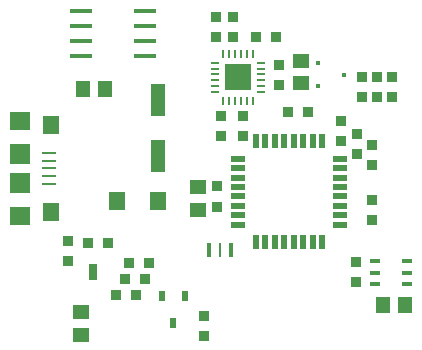
<source format=gbr>
G04 DipTrace 2.4.0.2*
%INTopPaste.gbr*%
%MOIN*%
%ADD43R,0.05X0.022*%
%ADD44R,0.022X0.05*%
%ADD77R,0.0097X0.0452*%
%ADD79R,0.0176X0.0452*%
%ADD81R,0.0255X0.057*%
%ADD83O,0.0235X0.0011*%
%ADD85R,0.0373X0.0176*%
%ADD87R,0.0176X0.0137*%
%ADD89R,0.0688X0.0688*%
%ADD91R,0.0688X0.0649*%
%ADD93R,0.057X0.0609*%
%ADD95R,0.0471X0.0097*%
%ADD101R,0.0727X0.0176*%
%ADD103R,0.0196X0.0353*%
%ADD105R,0.0905X0.0905*%
%ADD107R,0.0058X0.0275*%
%ADD109R,0.0275X0.0058*%
%ADD121R,0.0538X0.0601*%
%ADD123R,0.0452X0.0531*%
%ADD125R,0.0373X0.0334*%
%ADD127R,0.0334X0.0373*%
%ADD129R,0.0491X0.1062*%
%ADD131R,0.0531X0.0452*%
%FSLAX44Y44*%
G04*
G70*
G90*
G75*
G01*
%LNTopPaste*%
%LPD*%
D131*
X9923Y9588D3*
Y8840D3*
D129*
X5150Y8296D3*
Y6404D3*
D127*
X7119Y4729D3*
Y5398D3*
X12299Y4265D3*
Y4934D3*
D131*
X6499Y4630D3*
Y5378D3*
D127*
X7269Y7069D3*
Y7738D3*
X7988Y7069D3*
Y7738D3*
X9180Y8789D3*
Y9458D3*
D125*
X8432Y10371D3*
X9101D3*
D123*
X13398Y1450D3*
X12650D3*
D127*
X11750Y2869D3*
Y2200D3*
D125*
X3485Y3500D3*
X2815D3*
D123*
X3400Y8650D3*
X2652D3*
D131*
X2600Y1200D3*
Y452D3*
D121*
X5150Y4900D3*
X3811D3*
D125*
X4050Y2300D3*
X4719D3*
X4200Y2850D3*
X4869D3*
D127*
X12950Y9035D3*
Y8365D3*
X12450Y9035D3*
Y8365D3*
X11950Y9035D3*
Y8365D3*
D43*
X7839Y6326D3*
Y6011D3*
Y5696D3*
Y5381D3*
Y5066D3*
Y4751D3*
Y4436D3*
Y4121D3*
D44*
X8427Y3534D3*
X8742D3*
X9057D3*
X9371D3*
X9686D3*
X10001D3*
X10316D3*
X10631D3*
D43*
X11219Y4121D3*
Y4436D3*
Y4751D3*
Y5066D3*
Y5381D3*
Y5696D3*
Y6011D3*
Y6326D3*
D44*
X10631Y6914D3*
X10316D3*
X10001D3*
X9686D3*
X9371D3*
X9057D3*
X8742D3*
X8427D3*
D109*
X7054Y9527D3*
X7053Y9331D3*
Y9134D3*
Y8937D3*
Y8740D3*
Y8543D3*
D107*
X7337Y8260D3*
X7534D3*
X7731D3*
X7927D3*
X8124D3*
X8321D3*
D109*
X8605Y8543D3*
Y8740D3*
Y8937D3*
Y9134D3*
Y9331D3*
Y9527D3*
D107*
X8321Y9811D3*
X8124D3*
X7927D3*
X7731D3*
X7534D3*
X7337D3*
D105*
X7829Y9035D3*
D103*
X6050Y1750D3*
X5302D3*
X5676Y844D3*
D127*
X7087Y11038D3*
Y10369D3*
X7653Y11038D3*
Y10369D3*
D125*
X10157Y7874D3*
X9488D3*
D127*
X12300Y6785D3*
Y6115D3*
X11800Y7135D3*
Y6465D3*
X11265Y7585D3*
Y6915D3*
X2150Y2900D3*
Y3569D3*
D125*
X3765Y1785D3*
X4435D3*
D127*
X6685Y415D3*
Y1085D3*
D101*
X2600Y11250D3*
Y10750D3*
Y10250D3*
Y9750D3*
X4726D3*
Y10250D3*
Y10750D3*
Y11250D3*
D95*
X1529Y6516D3*
Y6260D3*
Y6004D3*
Y5748D3*
Y5492D3*
D93*
X1578Y7460D3*
Y4547D3*
D91*
X574Y7579D3*
Y4429D3*
D89*
Y6476D3*
Y5531D3*
D87*
X10500Y9504D3*
Y8756D3*
X11366Y9129D3*
D85*
X13450Y2150D3*
Y2524D3*
Y2898D3*
X12387D3*
Y2524D3*
Y2150D3*
D83*
X3433Y2235D3*
Y2393D3*
Y2550D3*
Y2707D3*
Y2865D3*
X2567D3*
Y2707D3*
Y2550D3*
Y2393D3*
Y2235D3*
D81*
X3000Y2550D3*
D79*
X6856Y3284D3*
D77*
X7230D3*
D79*
X7604D3*
M02*

</source>
